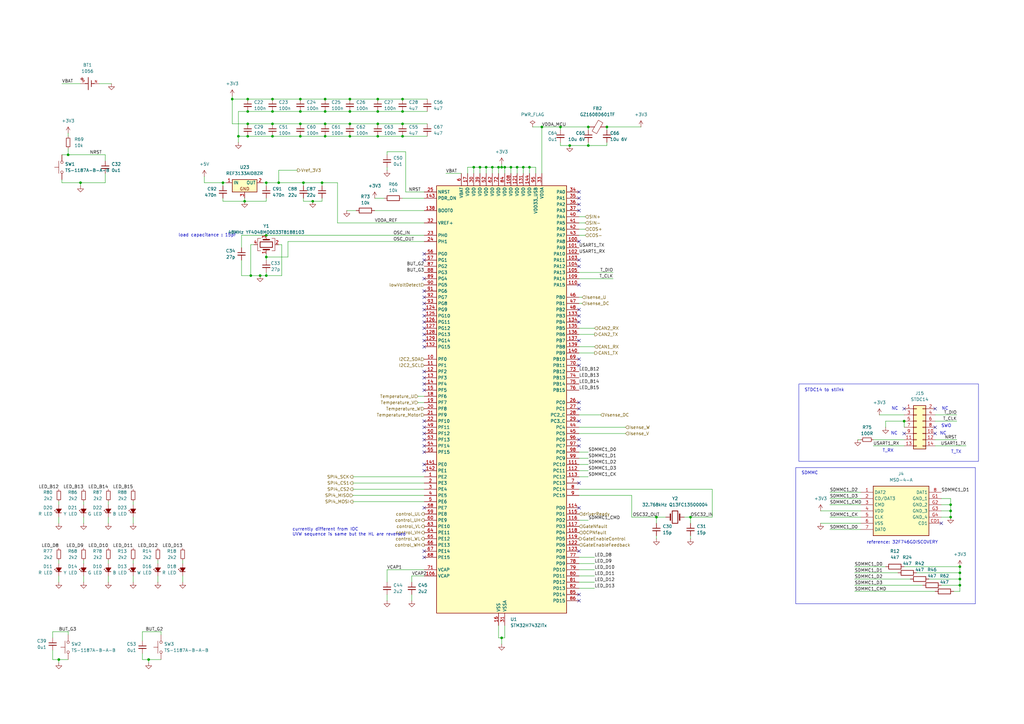
<source format=kicad_sch>
(kicad_sch (version 20231120) (generator "eeschema") (generator_version "8.0")
  (paper "A3")
  (title_block (title "INV_MainBoard_STM32") (date "2025-02-28") (rev "2.1") (company "NTURacing Team") (comment 1 "郭哲明 Jack Kuo") (comment 2 "Powertrain Group"))
  (junction (at 133.35 45.72))
  (junction (at 269.24 212.09))
  (junction (at 109.22 74.93))
  (junction (at 143.51 50.8))
  (junction (at 106.68 113.03))
  (junction (at 124.46 74.93))
  (junction (at 143.51 55.88))
  (junction (at 393.7 237.49))
  (junction (at 199.39 68.58))
  (junction (at 101.6 55.88))
  (junction (at 214.63 68.58))
  (junction (at 132.08 74.93))
  (junction (at 109.22 105.41))
  (junction (at 133.35 55.88))
  (junction (at 154.94 55.88))
  (junction (at 207.01 68.58))
  (junction (at 283.21 212.09))
  (junction (at 201.93 68.58))
  (junction (at 133.35 40.64))
  (junction (at 128.27 82.55))
  (junction (at 165.1 50.8))
  (junction (at 101.6 50.8))
  (junction (at 389.89 207.01))
  (junction (at 229.87 52.07))
  (junction (at 60.96 270.51))
  (junction (at 111.76 45.72))
  (junction (at 204.47 68.58))
  (junction (at 95.25 40.64))
  (junction (at 133.35 50.8))
  (junction (at 205.74 261.62))
  (junction (at 123.19 55.88))
  (junction (at 248.92 52.07))
  (junction (at 111.76 55.88))
  (junction (at 91.44 74.93))
  (junction (at 241.3 52.07))
  (junction (at 97.79 55.88))
  (junction (at 27.94 63.5))
  (junction (at 24.13 270.51))
  (junction (at 101.6 45.72))
  (junction (at 165.1 55.88))
  (junction (at 143.51 40.64))
  (junction (at 154.94 45.72))
  (junction (at 123.19 45.72))
  (junction (at 114.3 74.93))
  (junction (at 109.22 113.03))
  (junction (at 165.1 45.72))
  (junction (at 165.1 40.64))
  (junction (at 209.55 68.58))
  (junction (at 233.68 59.69))
  (junction (at 111.76 50.8))
  (junction (at 212.09 68.58))
  (junction (at 154.94 40.64))
  (junction (at 123.19 40.64))
  (junction (at 241.3 59.69))
  (junction (at 222.25 52.07))
  (junction (at 389.89 209.55))
  (junction (at 143.51 45.72))
  (junction (at 389.89 212.09))
  (junction (at 393.7 232.41))
  (junction (at 217.17 68.58))
  (junction (at 194.31 68.58))
  (junction (at 196.85 68.58))
  (junction (at 109.22 96.52))
  (junction (at 205.74 68.58))
  (junction (at 100.33 82.55))
  (junction (at 111.76 40.64))
  (junction (at 154.94 50.8))
  (junction (at 393.7 234.95))
  (junction (at 102.87 113.03))
  (junction (at 370.84 172.72))
  (junction (at 393.7 240.03))
  (junction (at 123.19 50.8))
  (junction (at 33.02 74.93))
  (junction (at 101.6 40.64))
  (no_connect (at 173.99 104.14))
  (no_connect (at 237.49 139.7))
  (no_connect (at 237.49 167.64))
  (no_connect (at 173.99 177.8))
  (no_connect (at 173.99 175.26))
  (no_connect (at 173.99 208.28))
  (no_connect (at 173.99 114.3))
  (no_connect (at 237.49 99.06))
  (no_connect (at 173.99 154.94))
  (no_connect (at 237.49 147.32))
  (no_connect (at 173.99 124.46))
  (no_connect (at 237.49 149.86))
  (no_connect (at 237.49 226.06))
  (no_connect (at 383.54 175.26))
  (no_connect (at 173.99 142.24))
  (no_connect (at 237.49 109.22))
  (no_connect (at 237.49 83.82))
  (no_connect (at 237.49 116.84))
  (no_connect (at 237.49 127))
  (no_connect (at 237.49 182.88))
  (no_connect (at 173.99 185.42))
  (no_connect (at 173.99 127))
  (no_connect (at 370.84 167.64))
  (no_connect (at 386.08 214.63))
  (no_connect (at 237.49 180.34))
  (no_connect (at 383.54 177.8))
  (no_connect (at 173.99 180.34))
  (no_connect (at 173.99 129.54))
  (no_connect (at 237.49 81.28))
  (no_connect (at 237.49 86.36))
  (no_connect (at 370.84 177.8))
  (no_connect (at 173.99 152.4))
  (no_connect (at 237.49 132.08))
  (no_connect (at 237.49 106.68))
  (no_connect (at 173.99 139.7))
  (no_connect (at 173.99 137.16))
  (no_connect (at 237.49 243.84))
  (no_connect (at 237.49 129.54))
  (no_connect (at 237.49 246.38))
  (no_connect (at 173.99 172.72))
  (no_connect (at 173.99 228.6))
  (no_connect (at 237.49 165.1))
  (no_connect (at 173.99 190.5))
  (no_connect (at 173.99 157.48))
  (no_connect (at 173.99 132.08))
  (no_connect (at 173.99 119.38))
  (no_connect (at 173.99 160.02))
  (no_connect (at 173.99 193.04))
  (no_connect (at 237.49 172.72))
  (no_connect (at 237.49 198.12))
  (no_connect (at 173.99 226.06))
  (no_connect (at 173.99 106.68))
  (no_connect (at 173.99 134.62))
  (no_connect (at 237.49 78.74))
  (no_connect (at 237.49 208.28))
  (no_connect (at 173.99 121.92))
  (no_connect (at 173.99 182.88))
  (no_connect (at 383.54 167.64))
  (wire (pts (xy 350.52 237.49) (xy 373.38 237.49)))
  (wire (pts (xy 109.22 106.68) (xy 109.22 105.41)))
  (wire (pts (xy 144.78 203.2) (xy 173.99 203.2)))
  (wire (pts (xy 350.52 232.41) (xy 363.22 232.41)))
  (wire (pts (xy 106.68 113.03) (xy 109.22 113.03)))
  (wire (pts (xy 102.87 113.03) (xy 106.68 113.03)))
  (wire (pts (xy 158.75 63.5) (xy 158.75 62.23)))
  (wire (pts (xy 138.43 74.93) (xy 138.43 91.44)))
  (wire (pts (xy 25.4 34.29) (xy 33.02 34.29)))
  (wire (pts (xy 74.93 236.22) (xy 74.93 238.76)))
  (wire (pts (xy 118.11 99.06) (xy 118.11 105.41)))
  (wire (pts (xy 102.87 100.33) (xy 102.87 113.03)))
  (wire (pts (xy 66.04 260.35) (xy 66.04 259.08)))
  (wire (pts (xy 34.29 236.22) (xy 34.29 238.76)))
  (wire (pts (xy 144.78 195.58) (xy 173.99 195.58)))
  (wire (pts (xy 243.84 228.6) (xy 237.49 228.6)))
  (wire (pts (xy 194.31 68.58) (xy 194.31 71.12)))
  (wire (pts (xy 241.3 193.04) (xy 237.49 193.04)))
  (wire (pts (xy 204.47 68.58) (xy 205.74 68.58)))
  (wire (pts (xy 246.38 170.18) (xy 237.49 170.18)))
  (wire (pts (xy 115.57 100.33) (xy 115.57 113.03)))
  (wire (pts (xy 360.68 170.18) (xy 370.84 170.18)))
  (wire (pts (xy 124.46 76.2) (xy 124.46 74.93)))
  (wire (pts (xy 111.76 45.72) (xy 123.19 45.72)))
  (wire (pts (xy 204.47 261.62) (xy 204.47 256.54)))
  (wire (pts (xy 165.1 81.28) (xy 173.99 81.28)))
  (wire (pts (xy 336.55 209.55) (xy 353.06 209.55)))
  (wire (pts (xy 66.04 270.51) (xy 60.96 270.51)))
  (wire (pts (xy 64.77 236.22) (xy 64.77 238.76)))
  (wire (pts (xy 196.85 68.58) (xy 196.85 71.12)))
  (wire (pts (xy 233.68 59.69) (xy 241.3 59.69)))
  (wire (pts (xy 199.39 68.58) (xy 199.39 71.12)))
  (wire (pts (xy 393.7 237.49) (xy 393.7 234.95)))
  (wire (pts (xy 340.36 212.09) (xy 353.06 212.09)))
  (wire (pts (xy 241.3 59.69) (xy 241.3 58.42)))
  (wire (pts (xy 240.03 96.52) (xy 237.49 96.52)))
  (wire (pts (xy 158.75 243.84) (xy 158.75 246.38)))
  (wire (pts (xy 214.63 68.58) (xy 214.63 71.12)))
  (wire (pts (xy 27.94 260.35) (xy 27.94 259.08)))
  (wire (pts (xy 121.92 69.85) (xy 114.3 69.85)))
  (wire (pts (xy 143.51 40.64) (xy 154.94 40.64)))
  (wire (pts (xy 95.25 40.64) (xy 101.6 40.64)))
  (wire (pts (xy 243.84 134.62) (xy 237.49 134.62)))
  (wire (pts (xy 158.75 69.85) (xy 158.75 68.58)))
  (wire (pts (xy 27.94 60.96) (xy 27.94 63.5)))
  (wire (pts (xy 243.84 142.24) (xy 237.49 142.24)))
  (wire (pts (xy 241.3 195.58) (xy 237.49 195.58)))
  (wire (pts (xy 358.14 180.34) (xy 370.84 180.34)))
  (wire (pts (xy 204.47 261.62) (xy 205.74 261.62)))
  (wire (pts (xy 241.3 187.96) (xy 237.49 187.96)))
  (wire (pts (xy 60.96 270.51) (xy 60.96 271.78)))
  (wire (pts (xy 280.67 212.09) (xy 283.21 212.09)))
  (wire (pts (xy 243.84 241.3) (xy 237.49 241.3)))
  (wire (pts (xy 144.78 200.66) (xy 173.99 200.66)))
  (wire (pts (xy 66.04 259.08) (xy 58.42 259.08)))
  (wire (pts (xy 243.84 233.68) (xy 237.49 233.68)))
  (wire (pts (xy 243.84 137.16) (xy 237.49 137.16)))
  (wire (pts (xy 292.1 212.09) (xy 292.1 200.66)))
  (wire (pts (xy 27.94 270.51) (xy 24.13 270.51)))
  (wire (pts (xy 34.29 205.74) (xy 34.29 207.01)))
  (wire (pts (xy 109.22 96.52) (xy 99.06 96.52)))
  (wire (pts (xy 58.42 267.97) (xy 58.42 270.51)))
  (wire (pts (xy 243.84 231.14) (xy 237.49 231.14)))
  (wire (pts (xy 34.29 229.87) (xy 34.29 231.14)))
  (wire (pts (xy 240.03 91.44) (xy 237.49 91.44)))
  (wire (pts (xy 207.01 68.58) (xy 207.01 71.12)))
  (wire (pts (xy 166.37 78.74) (xy 166.37 62.23)))
  (wire (pts (xy 100.33 82.55) (xy 100.33 81.28)))
  (wire (pts (xy 389.89 209.55) (xy 389.89 212.09)))
  (wire (pts (xy 91.44 76.2) (xy 91.44 74.93)))
  (wire (pts (xy 199.39 68.58) (xy 201.93 68.58)))
  (wire (pts (xy 99.06 113.03) (xy 102.87 113.03)))
  (wire (pts (xy 243.84 144.78) (xy 237.49 144.78)))
  (wire (pts (xy 383.54 182.88) (xy 396.24 182.88)))
  (wire (pts (xy 83.82 74.93) (xy 91.44 74.93)))
  (wire (pts (xy 54.61 236.22) (xy 54.61 238.76)))
  (wire (pts (xy 209.55 68.58) (xy 209.55 71.12)))
  (wire (pts (xy 138.43 91.44) (xy 173.99 91.44)))
  (wire (pts (xy 34.29 212.09) (xy 34.29 214.63)))
  (wire (pts (xy 205.74 261.62) (xy 205.74 264.16)))
  (wire (pts (xy 133.35 40.64) (xy 143.51 40.64)))
  (wire (pts (xy 21.59 261.62) (xy 21.59 259.08)))
  (wire (pts (xy 205.74 67.31) (xy 205.74 68.58)))
  (wire (pts (xy 101.6 55.88) (xy 111.76 55.88)))
  (wire (pts (xy 109.22 113.03) (xy 109.22 111.76)))
  (wire (pts (xy 217.17 68.58) (xy 217.17 71.12)))
  (wire (pts (xy 100.33 82.55) (xy 109.22 82.55)))
  (wire (pts (xy 389.89 209.55) (xy 386.08 209.55)))
  (wire (pts (xy 58.42 262.89) (xy 58.42 259.08)))
  (wire (pts (xy 370.84 172.72) (xy 363.22 172.72)))
  (wire (pts (xy 101.6 50.8) (xy 111.76 50.8)))
  (wire (pts (xy 340.36 217.17) (xy 353.06 217.17)))
  (wire (pts (xy 340.36 204.47) (xy 353.06 204.47)))
  (wire (pts (xy 24.13 270.51) (xy 24.13 271.78)))
  (wire (pts (xy 389.89 207.01) (xy 386.08 207.01)))
  (wire (pts (xy 123.19 40.64) (xy 133.35 40.64)))
  (wire (pts (xy 389.89 204.47) (xy 389.89 207.01)))
  (wire (pts (xy 165.1 50.8) (xy 175.26 50.8)))
  (wire (pts (xy 168.91 236.22) (xy 168.91 238.76)))
  (wire (pts (xy 166.37 62.23) (xy 158.75 62.23)))
  (wire (pts (xy 83.82 72.39) (xy 83.82 74.93)))
  (wire (pts (xy 25.4 73.66) (xy 25.4 74.93)))
  (wire (pts (xy 132.08 82.55) (xy 128.27 82.55)))
  (wire (pts (xy 229.87 58.42) (xy 229.87 59.69)))
  (wire (pts (xy 124.46 74.93) (xy 132.08 74.93)))
  (wire (pts (xy 115.57 100.33) (xy 114.3 100.33)))
  (wire (pts (xy 109.22 74.93) (xy 114.3 74.93)))
  (wire (pts (xy 381 237.49) (xy 393.7 237.49)))
  (wire (pts (xy 144.78 205.74) (xy 173.99 205.74)))
  (wire (pts (xy 114.3 69.85) (xy 114.3 74.93)))
  (wire (pts (xy 259.08 212.09) (xy 269.24 212.09)))
  (wire (pts (xy 229.87 59.69) (xy 233.68 59.69)))
  (wire (pts (xy 243.84 236.22) (xy 237.49 236.22)))
  (wire (pts (xy 158.75 233.68) (xy 158.75 238.76)))
  (wire (pts (xy 24.13 205.74) (xy 24.13 207.01)))
  (wire (pts (xy 132.08 82.55) (xy 132.08 81.28)))
  (wire (pts (xy 219.71 68.58) (xy 217.17 68.58)))
  (wire (pts (xy 114.3 74.93) (xy 124.46 74.93)))
  (wire (pts (xy 95.25 39.37) (xy 95.25 40.64)))
  (wire (pts (xy 238.76 121.92) (xy 237.49 121.92)))
  (wire (pts (xy 350.52 240.03) (xy 378.46 240.03)))
  (wire (pts (xy 101.6 40.64) (xy 111.76 40.64)))
  (wire (pts (xy 283.21 212.09) (xy 283.21 214.63)))
  (wire (pts (xy 251.46 114.3) (xy 237.49 114.3)))
  (wire (pts (xy 214.63 68.58) (xy 217.17 68.58)))
  (wire (pts (xy 336.55 214.63) (xy 353.06 214.63)))
  (wire (pts (xy 165.1 55.88) (xy 175.26 55.88)))
  (wire (pts (xy 212.09 68.58) (xy 212.09 71.12)))
  (wire (pts (xy 99.06 101.6) (xy 99.06 96.52)))
  (wire (pts (xy 91.44 81.28) (xy 91.44 82.55)))
  (wire (pts (xy 143.51 55.88) (xy 154.94 55.88)))
  (wire (pts (xy 154.94 50.8) (xy 165.1 50.8)))
  (wire (pts (xy 363.22 172.72) (xy 363.22 175.26)))
  (wire (pts (xy 153.67 86.36) (xy 173.99 86.36)))
  (wire (pts (xy 118.11 99.06) (xy 173.99 99.06)))
  (wire (pts (xy 43.18 74.93) (xy 33.02 74.93)))
  (wire (pts (xy 27.94 63.5) (xy 43.18 63.5)))
  (wire (pts (xy 340.36 201.93) (xy 353.06 201.93)))
  (wire (pts (xy 60.96 270.51) (xy 58.42 270.51)))
  (wire (pts (xy 154.94 55.88) (xy 165.1 55.88)))
  (wire (pts (xy 207.01 261.62) (xy 207.01 256.54)))
  (wire (pts (xy 54.61 205.74) (xy 54.61 207.01)))
  (wire (pts (xy 218.44 52.07) (xy 222.25 52.07)))
  (wire (pts (xy 256.54 175.26) (xy 237.49 175.26)))
  (wire (pts (xy 124.46 82.55) (xy 124.46 81.28)))
  (wire (pts (xy 95.25 40.64) (xy 95.25 50.8)))
  (wire (pts (xy 269.24 212.09) (xy 269.24 214.63)))
  (wire (pts (xy 44.45 212.09) (xy 44.45 214.63)))
  (wire (pts (xy 370.84 232.41) (xy 393.7 232.41)))
  (wire (pts (xy 201.93 68.58) (xy 204.47 68.58)))
  (wire (pts (xy 191.77 68.58) (xy 191.77 71.12)))
  (wire (pts (xy 132.08 74.93) (xy 138.43 74.93)))
  (wire (pts (xy 241.3 190.5) (xy 237.49 190.5)))
  (wire (pts (xy 389.89 204.47) (xy 386.08 204.47)))
  (wire (pts (xy 109.22 76.2) (xy 109.22 74.93)))
  (wire (pts (xy 123.19 45.72) (xy 133.35 45.72)))
  (wire (pts (xy 97.79 55.88) (xy 101.6 55.88)))
  (wire (pts (xy 91.44 82.55) (xy 100.33 82.55)))
  (wire (pts (xy 64.77 229.87) (xy 64.77 231.14)))
  (wire (pts (xy 27.94 54.61) (xy 27.94 55.88)))
  (wire (pts (xy 241.3 53.34) (xy 241.3 52.07)))
  (wire (pts (xy 43.18 71.12) (xy 43.18 74.93)))
  (wire (pts (xy 153.67 81.28) (xy 157.48 81.28)))
  (wire (pts (xy 111.76 55.88) (xy 123.19 55.88)))
  (wire (pts (xy 123.19 50.8) (xy 133.35 50.8)))
  (wire (pts (xy 33.02 74.93) (xy 33.02 76.2)))
  (wire (pts (xy 44.45 236.22) (xy 44.45 238.76)))
  (wire (pts (xy 248.92 58.42) (xy 248.92 59.69)))
  (wire (pts (xy 259.08 212.09) (xy 259.08 203.2)))
  (wire (pts (xy 283.21 212.09) (xy 292.1 212.09)))
  (wire (pts (xy 165.1 40.64) (xy 175.26 40.64)))
  (wire (pts (xy 182.88 71.12) (xy 189.23 71.12)))
  (wire (pts (xy 95.25 50.8) (xy 101.6 50.8)))
  (wire (pts (xy 391.16 242.57) (xy 393.7 242.57)))
  (wire (pts (xy 283.21 219.71) (xy 283.21 220.98)))
  (wire (pts (xy 132.08 74.93) (xy 132.08 76.2)))
  (wire (pts (xy 168.91 243.84) (xy 168.91 246.38)))
  (wire (pts (xy 241.3 185.42) (xy 237.49 185.42)))
  (wire (pts (xy 154.94 40.64) (xy 165.1 40.64)))
  (wire (pts (xy 171.45 162.56) (xy 173.99 162.56)))
  (wire (pts (xy 205.74 68.58) (xy 207.01 68.58)))
  (wire (pts (xy 109.22 104.14) (xy 109.22 105.41)))
  (wire (pts (xy 109.22 96.52) (xy 173.99 96.52)))
  (wire (pts (xy 40.64 34.29) (xy 45.72 34.29)))
  (wire (pts (xy 165.1 45.72) (xy 175.26 45.72)))
  (wire (pts (xy 248.92 52.07) (xy 262.89 52.07)))
  (wire (pts (xy 173.99 78.74) (xy 166.37 78.74)))
  (wire (pts (xy 209.55 68.58) (xy 212.09 68.58)))
  (wire (pts (xy 97.79 45.72) (xy 101.6 45.72)))
  (wire (pts (xy 118.11 105.41) (xy 109.22 105.41)))
  (wire (pts (xy 212.09 68.58) (xy 214.63 68.58)))
  (wire (pts (xy 196.85 68.58) (xy 199.39 68.58)))
  (wire (pts (xy 143.51 45.72) (xy 154.94 45.72)))
  (wire (pts (xy 142.24 86.36) (xy 146.05 86.36)))
  (wire (pts (xy 24.13 270.51) (xy 21.59 270.51)))
  (wire (pts (xy 383.54 180.34) (xy 392.43 180.34)))
  (wire (pts (xy 204.47 68.58) (xy 204.47 71.12)))
  (wire (pts (xy 27.94 259.08) (xy 21.59 259.08)))
  (wire (pts (xy 375.92 234.95) (xy 393.7 234.95)))
  (wire (pts (xy 340.36 207.01) (xy 353.06 207.01)))
  (wire (pts (xy 240.03 93.98) (xy 237.49 93.98)))
  (wire (pts (xy 133.35 50.8) (xy 143.51 50.8)))
  (wire (pts (xy 350.52 234.95) (xy 368.3 234.95)))
  (wire (pts (xy 173.99 233.68) (xy 158.75 233.68)))
  (wire (pts (xy 111.76 40.64) (xy 123.19 40.64)))
  (wire (pts (xy 144.78 198.12) (xy 173.99 198.12)))
  (wire (pts (xy 171.45 165.1) (xy 173.99 165.1)))
  (wire (pts (xy 54.61 229.87) (xy 54.61 231.14)))
  (wire (pts (xy 358.14 182.88) (xy 370.84 182.88)))
  (wire (pts (xy 123.19 55.88) (xy 133.35 55.88)))
  (wire (pts (xy 25.4 63.5) (xy 27.94 63.5)))
  (wire (pts (xy 43.18 66.04) (xy 43.18 63.5)))
  (wire (pts (xy 370.84 172.72) (xy 370.84 175.26)))
  (wire (pts (xy 74.93 229.87) (xy 74.93 231.14)))
  (wire (pts (xy 269.24 219.71) (xy 269.24 220.98)))
  (wire (pts (xy 251.46 111.76) (xy 237.49 111.76)))
  (wire (pts (xy 243.84 238.76) (xy 237.49 238.76)))
  (wire (pts (xy 21.59 266.7) (xy 21.59 270.51)))
  (wire (pts (xy 101.6 45.72) (xy 111.76 45.72)))
  (wire (pts (xy 393.7 240.03) (xy 386.08 240.03)))
  (wire (pts (xy 269.24 212.09) (xy 273.05 212.09)))
  (wire (pts (xy 102.87 100.33) (xy 104.14 100.33)))
  (wire (pts (xy 54.61 212.09) (xy 54.61 214.63)))
  (wire (pts (xy 154.94 45.72) (xy 165.1 45.72)))
  (wire (pts (xy 24.13 236.22) (xy 24.13 238.76)))
  (wire (pts (xy 248.92 52.07) (xy 248.92 53.34)))
  (wire (pts (xy 44.45 229.87) (xy 44.45 231.14)))
  (wire (pts (xy 201.93 68.58) (xy 201.93 71.12)))
  (wire (pts (xy 241.3 213.36) (xy 237.49 213.36)))
  (wire (pts (xy 256.54 177.8) (xy 237.49 177.8)))
  (wire (pts (xy 194.31 68.58) (xy 196.85 68.58)))
  (wire (pts (xy 248.92 59.69) (xy 241.3 59.69)))
  (wire (pts (xy 173.99 236.22) (xy 168.91 236.22)))
  (wire (pts (xy 143.51 50.8) (xy 154.94 50.8)))
  (wire (pts (xy 133.35 45.72) (xy 143.51 45.72)))
  (wire (pts (xy 24.13 229.87) (xy 24.13 231.14)))
  (wire (pts (xy 241.3 52.07) (xy 229.87 52.07)))
  (wire (pts (xy 389.89 212.09) (xy 386.08 212.09)))
  (wire (pts (xy 109.22 82.55) (xy 109.22 81.28)))
  (wire (pts (xy 133.35 55.88) (xy 143.51 55.88)))
  (wire (pts (xy 240.03 88.9) (xy 237.49 88.9)))
  (wire (pts (xy 24.13 212.09) (xy 24.13 214.63)))
  (wire (pts (xy 191.77 68.58) (xy 194.31 68.58)))
  (wire (pts (xy 389.89 207.01) (xy 389.89 209.55)))
  (wire (pts (xy 97.79 55.88) (xy 97.79 45.72)))
  (wire (pts (xy 107.95 74.93) (xy 109.22 74.93)))
  (wire (pts (xy 207.01 68.58) (xy 209.55 68.58)))
  (wire (pts (xy 237.49 200.66) (xy 292.1 200.66)))
  (wire (pts (xy 205.74 261.62) (xy 207.01 261.62)))
  (wire (pts (xy 222.25 52.07) (xy 222.25 71.12)))
  (wire (pts (xy 99.06 106.68) (xy 99.06 113.03)))
  (wire (pts (xy 237.49 203.2) (xy 259.08 203.2)))
  (wire (pts (xy 111.76 50.8) (xy 123.19 50.8)))
  (wire (pts (xy 393.7 240.03) (xy 393.7 237.49)))
  (wire (pts (xy 383.54 170.18) (xy 392.43 170.18)))
  (wire (pts (xy 393.7 240.03) (xy 393.7 242.57)))
  (wire (pts (xy 229.87 52.07) (xy 229.87 53.34)))
  (wire (pts (xy 383.54 172.72) (xy 392.43 172.72)))
  (wire (pts (xy 350.52 242.57) (xy 383.54 242.57)))
  (wire (pts (xy 97.79 58.42) (xy 97.79 55.88)))
  (wire (pts (xy 222.25 52.07) (xy 229.87 52.07)))
  (wire (pts (xy 25.4 74.93) (xy 33.02 74.93)))
  (wire (pts (xy 44.45 205.74) (xy 44.45 207.01)))
  (wire (pts (xy 351.79 180.34) (xy 353.06 180.34)))
  (wire (pts (xy 238.76 124.46) (xy 237.49 124.46)))
  (wire (pts (xy 393.7 232.41) (xy 393.7 234.95)))
  (wire (pts (xy 128.27 82.55) (xy 124.46 82.55)))
  (wire (pts (xy 91.44 74.93) (xy 92.71 74.93)))
  (wire (pts (xy 115.57 113.03) (xy 109.22 113.03)))
  (wire (pts (xy 219.71 71.12) (xy 219.71 68.58)))
  (rectangle (start 326.39 191.77) (end 400.05 247.65))
  (rectangle (start 327.66 157.48) (end 401.32 189.23))
  (text "currently different from IOC\nUVW sequence is same but the HL are reversed" (at 119.888 219.964 0) (effects (font (size 1.27 1.27)) (justify left bottom)))
  (text "reference: 32F746GDISCOVERY\n" (at 370.078 222.504 0) (effects (font (size 1.27 1.27))))
  (text "T_TX" (at 392.176 185.42 0) (effects (font (size 1.27 1.27))))
  (text "NC" (at 366.776 177.8 0) (effects (font (size 1.27 1.27))))
  (text "load capacitance : 15pF " (at 85.598 96.52 0) (effects (font (size 1.27 1.27))))
  (text "NC" (at 386.842 177.8 0) (effects (font (size 1.27 1.27))))
  (text "NC" (at 367.03 167.64 0) (effects (font (size 1.27 1.27))))
  (text "SDMMC" (at 328.676 194.818 0) (effects (font (size 1.27 1.27)) (justify left bottom)))
  (text "NC" (at 387.604 167.64 0) (effects (font (size 1.27 1.27))))
  (text "STDC14 to stlink" (at 329.946 160.782 0) (effects (font (size 1.27 1.27)) (justify left bottom)))
  (text "T_RX" (at 364.236 184.912 0) (effects (font (size 1.27 1.27))))
  (text "SWO" (at 388.112 174.752 0) (effects (font (size 1.27 1.27))))
  (label "VCAP2" (at 168.91 236.22 0))
  (label "BUT_G3" (at 173.99 111.76 180))
  (label "VCAP1" (at 158.75 233.68 0))
  (label "LED_B12" (at 24.13 200.66 180))
  (label "BUT_G2" (at 59.69 259.08 0))
  (label "OSC_IN" (at 161.29 96.52 0))
  (label "LED_B14" (at 237.49 157.48 0))
  (label "SDMMC1_D2" (at 340.36 201.93 0))
  (label "NRST" (at 36.83 63.5 0))
  (label "SDMMC1_D2" (at 241.3 190.5 0))
  (label "VBAT" (at 25.4 34.29 0))
  (label "USART1_RX" (at 358.14 182.88 0))
  (label "SDMMC1_D0" (at 350.52 232.41 0))
  (label "SDMMC1_D3" (at 350.52 240.03 0))
  (label "LED_B14" (at 44.45 200.66 180))
  (label "LED_B13" (at 237.49 154.94 0))
  (label "BUT_G2" (at 173.99 109.22 180))
  (label "LED_D9" (at 34.29 224.79 180))
  (label "VDDA_MCU" (at 222.25 52.07 0))
  (label "T_DIO" (at 392.43 170.18 180))
  (label "OSC32_IN" (at 283.21 212.09 0))
  (label "LED_D8" (at 243.84 228.6 0))
  (label "LED_D10" (at 243.84 233.68 0))
  (label "SDMMC1_D3" (at 241.3 193.04 0))
  (label "SDMMC1_D1" (at 350.52 234.95 0))
  (label "SDMMC1_D0" (at 241.3 185.42 0))
  (label "OSC_OUT" (at 161.29 99.06 0))
  (label "LED_D10" (at 44.45 224.79 180))
  (label "NRST" (at 167.64 78.74 0))
  (label "LED_B12" (at 237.49 152.4 0))
  (label "LED_B13" (at 34.29 200.66 180))
  (label "SDMMC1_CMD" (at 241.3 213.36 0))
  (label "LED_D13" (at 243.84 241.3 0))
  (label "T_DIO" (at 251.46 111.76 180))
  (label "SDMMC1_D0" (at 340.36 217.17 0))
  (label "SDMMC1_D1" (at 241.3 187.96 0))
  (label "LED_D12" (at 243.84 238.76 0))
  (label "LED_D11" (at 243.84 236.22 0))
  (label "VDDA_REF" (at 153.67 91.44 0))
  (label "USART1_TX" (at 237.49 101.6 0))
  (label "VBAT" (at 182.88 71.12 0))
  (label "LED_D13" (at 74.93 224.79 180))
  (label "SDMMC1_CMD" (at 350.52 242.57 0))
  (label "LED_B15" (at 54.61 200.66 180))
  (label "SDMMC1_D3" (at 340.36 204.47 0))
  (label "LED_D12" (at 64.77 224.79 180))
  (label "SDMMC1_CMD" (at 340.36 207.01 0))
  (label "LED_B15" (at 237.49 160.02 0))
  (label "T_CLK" (at 392.43 172.72 180))
  (label "NRST" (at 392.43 180.34 180))
  (label "LED_D11" (at 54.61 224.79 180))
  (label "USART1_RX" (at 237.49 104.14 0))
  (label "LED_D9" (at 243.84 231.14 0))
  (label "OSC32_OUT" (at 270.51 212.09 180))
  (label "SDMMC1_D1" (at 386.08 201.93 0))
  (label "USART1_TX" (at 396.24 182.88 180))
  (label "BUT_G3" (at 24.13 259.08 0))
  (label "SDMMC1_D2" (at 350.52 237.49 0))
  (label "T_CLK" (at 251.46 114.3 180))
  (label "LED_D8" (at 24.13 224.79 180))
  (label "SDMMC1_CK" (at 241.3 195.58 0))
  (label "SDMMC1_CK" (at 340.36 212.09 0))
  (hierarchical_label "SPI4_CS2" (shape output) (at 144.78 200.66 180))
  (hierarchical_label "OCPNfault" (shape input) (at 237.49 218.44 0))
  (hierarchical_label "SIN-" (shape input) (at 240.03 91.44 0))
  (hierarchical_label "COS+" (shape input) (at 240.03 93.98 0))
  (hierarchical_label "Isense_U" (shape input) (at 238.76 121.92 0))
  (hierarchical_label "GateNfault" (shape input) (at 237.49 215.9 0))
  (hierarchical_label "CAN2_TX" (shape output) (at 243.84 137.16 0))
  (hierarchical_label "SPI4_CS1" (shape output) (at 144.78 198.12 180))
  (hierarchical_label "control_UH" (shape output) (at 173.99 213.36 180))
  (hierarchical_label "SPI4_MOSI" (shape output) (at 144.78 205.74 180))
  (hierarchical_label "Isense_DC" (shape input) (at 238.76 124.46 0))
  (hierarchical_label "control_UL" (shape output) (at 173.99 210.82 180))
  (hierarchical_label "Temperature_U" (shape input) (at 171.45 162.56 180))
  (hierarchical_label "I2C2_SDA" (shape input) (at 173.99 147.32 180))
  (hierarchical_label "control_WH" (shape output) (at 173.99 223.52 180))
  (hierarchical_label "Temperature_W" (shape input) (at 173.99 167.64 180))
  (hierarchical_label "CAN2_RX" (shape input) (at 243.84 134.62 0))
  (hierarchical_label "driverReady" (shape input) (at 237.49 210.82 0))
  (hierarchical_label "GateEnableFeedback" (shape input) (at 237.49 223.52 0))
  (hierarchical_label "Vref_3V3" (shape output) (at 121.92 69.85 0))
  (hierarchical_label "Isense_W" (shape input) (at 256.54 175.26 0))
  (hierarchical_label "Isense_V" (shape input) (at 256.54 177.8 0))
  (hierarchical_label "Temperature_V" (shape input) (at 171.45 165.1 180))
  (hierarchical_label "SIN+" (shape input) (at 240.03 88.9 0))
  (hierarchical_label "CAN1_RX" (shape input) (at 243.84 142.24 0))
  (hierarchical_label "Vsense_DC" (shape input) (at 246.38 170.18 0))
  (hierarchical_label "I2C2_SCL" (shape input) (at 173.99 149.86 180))
  (hierarchical_label "Temperature_Motor" (shape input) (at 173.99 170.18 180))
  (hierarchical_label "control_WL" (shape output) (at 173.99 220.98 180))
  (hierarchical_label "control_VH" (shape output) (at 173.99 218.44 180))
  (hierarchical_label "CAN1_TX" (shape output) (at 243.84 144.78 0))
  (hierarchical_label "SPI4_SCK" (shape output) (at 144.78 195.58 180))
  (hierarchical_label "control_VL" (shape output) (at 173.99 215.9 180))
  (hierarchical_label "COS-" (shape input) (at 240.03 96.52 0))
  (hierarchical_label "lowVoltDetect" (shape input) (at 173.99 116.84 180))
  (hierarchical_label "GateEnableControl" (shape output) (at 237.49 220.98 0))
  (hierarchical_label "SPI4_MISO" (shape input) (at 144.78 203.2 180))
  (symbol (lib_id "Device:C_Small") (at 158.75 66.04 0) (unit 1)
    (property "Reference" "C50" (at 161.29 64.7762 0) (effects (justify left)))
    (property "Value" "0u1" (at 161.29 67.3162 0) (effects (justify left)))
    (property "Footprint" "Capacitor_SMD:C_0402_1005Metric" (effects (hide yes)))
    (property "Description" "Unpolarized capacitor, small symbol" (effects (hide yes)))
  )
  (symbol (lib_id "Device:LED_Small_Filled") (at 54.61 209.55 90) (unit 1)
    (property "Reference" "D23" (at 52.07 208.2165 90) (effects (justify left)))
    (property "Value" "B LED" (at 52.07 210.7565 90) (effects (justify left)))
    (property "Footprint" "LED_SMD:LED_0603_1608Metric" (effects (hide yes)))
    (property "Description" "Light emitting diode, small symbol, filled shape" (effects (hide yes)))
  )
  (symbol (lib_id "power:GND") (at 24.13 214.63 0) (mirror y) (unit 1)
    (property "Reference" "#PWR0166" (effects (hide yes)))
    (property "Value" "GND" (effects (hide yes)))
    (property "Description" "Power symbol creates a global label with name \"GND\" , ground" (effects (hide yes)))
  )
  (symbol (lib_id "Device:LED_Small_Filled") (at 54.61 233.68 90) (unit 1)
    (property "Reference" "D13" (at 52.07 232.3465 90) (effects (justify left)))
    (property "Value" "B LED" (at 52.07 234.8865 90) (effects (justify left)))
    (property "Footprint" "LED_SMD:LED_0603_1608Metric" (effects (hide yes)))
    (property "Description" "Light emitting diode, small symbol, filled shape" (effects (hide yes)))
  )
  (symbol (lib_id "Device:R_Small") (at 24.13 203.2 0) (mirror y) (unit 1)
    (property "Reference" "R80" (at 21.59 201.93 0) (effects (justify left)))
    (property "Value" "2k2" (at 21.59 204.47 0) (effects (justify left)))
    (property "Footprint" "Resistor_SMD:R_0402_1005Metric" (effects (hide yes)))
    (property "Description" "Resistor, small symbol" (effects (hide yes)))
  )
  (symbol (lib_id "Device:C_Small") (at 175.26 53.34 0) (unit 1)
    (property "Reference" "C67" (at 177.8 52.0762 0) (effects (justify left)))
    (property "Value" "4u7" (at 177.8 54.6162 0) (effects (justify left)))
    (property "Footprint" "Capacitor_SMD:C_0402_1005Metric" (effects (hide yes)))
    (property "Description" "Unpolarized capacitor, small symbol" (effects (hide yes)))
  )
  (symbol (lib_id "Device:R_Small") (at 44.45 203.2 0) (mirror y) (unit 1)
    (property "Reference" "R87" (at 41.91 201.93 0) (effects (justify left)))
    (property "Value" "2k2" (at 41.91 204.47 0) (effects (justify left)))
    (property "Footprint" "Resistor_SMD:R_0402_1005Metric" (effects (hide yes)))
    (property "Description" "Resistor, small symbol" (effects (hide yes)))
  )
  (symbol (lib_id "Switch:SW_Push") (at 27.94 265.43 90) (unit 1)
    (property "Reference" "SW2" (at 29.21 264.16 90) (effects (justify right)))
    (property "Value" "TS-1187A-B-A-B" (at 29.21 266.7 90) (effects (justify right)))
    (property "Footprint" "Button_Switch_SMD:SW_SPST_TL3342" (effects (hide yes)))
    (property "Description" "Push button switch, generic, two pins" (effects (hide yes)))
  )
  (symbol (lib_id "Device:R") (at 372.11 234.95 90) (unit 1)
    (property "Reference" "R24" (at 372.11 228.6 90))
    (property "Value" "4k7" (at 372.11 231.14 90))
    (property "Footprint" "Resistor_SMD:R_0402_1005Metric" (effects (hide yes)))
    (property "Description" "Resistor" (effects (hide yes)))
  )
  (symbol (lib_id "Device:C_Small") (at 241.3 55.88 0) (mirror y) (unit 1)
    (property "Reference" "C65" (at 240.03 54.61 0) (effects (justify left)))
    (property "Value" "10u 6V" (at 240.03 57.15 0) (effects (justify left)))
    (property "Footprint" "Capacitor_SMD:C_0402_1005Metric" (effects (hide yes)))
    (property "Description" "Unpolarized capacitor, small symbol" (effects (hide yes)))
  )
  (symbol (lib_id "Device:R_Small") (at 355.6 180.34 90) (unit 1)
    (property "Reference" "R75" (at 355.6 175.26 90))
    (property "Value" "100R" (at 355.6 177.8 90))
    (property "Footprint" "Resistor_SMD:R_0402_1005Metric" (effects (hide yes)))
    (property "Description" "Resistor, small symbol" (effects (hide yes)))
  )
  (symbol (lib_id "power:GND") (at 24.13 238.76 0) (mirror y) (unit 1)
    (property "Reference" "#PWR0148" (effects (hide yes)))
    (property "Value" "GND" (effects (hide yes)))
    (property "Description" "Power symbol creates a global label with name \"GND\" , ground" (effects (hide yes)))
  )
  (symbol (lib_id "Device:R") (at 149.86 86.36 90) (unit 1)
    (property "Reference" "R73" (at 149.86 80.645 90))
    (property "Value" "10k" (at 149.86 83.185 90))
    (property "Footprint" "Resistor_SMD:R_0402_1005Metric" (effects (hide yes)))
    (property "Description" "Resistor" (effects (hide yes)))
  )
  (symbol (lib_id "SamacSys_Parts_EP6:MSD-4-A") (at 353.06 201.93 0) (unit 1)
    (property "Reference" "J4" (at 369.57 194.31 0))
    (property "Value" "MSD-4-A" (at 369.57 196.85 0))
    (property "Footprint" "MSD4A" (effects (hide yes)))
    (property "Datasheet" "https://www.sameskydevices.com/product/resource/supplyframepdf/msd-4-a.pdf" (effects (hide yes)))
    (property "Description" "Micro SD Card Connector, 9 Positions, Connector and Ejector, Push In, Auto Eject Out, Surface Mount, 1.8 mm Height Above Board, Gold Flash" (effects (hide yes)))
    (property "Height" "2" (effects (hide yes)))
    (property "Mouser Part Number" "179-MSD-4-A" (effects (hide yes)))
    (property "Mouser Price/Stock" "https://www.mouser.co.uk/ProductDetail/Same-Sky/MSD-4-A?qs=Z%252BL2brAPG1Jll%252BQTi%252Btupg%3D%3D" (effects (hide yes)))
    (property "Manufacturer_Name" "Same Sky" (effects (hide yes)))
    (property "Manufacturer_Part_Number" "MSD-4-A" (effects (hide yes)))
  )
  (symbol (lib_id "power:+3V3") (at 262.89 52.07 0) (mirror y) (unit 1)
    (property "Reference" "#PWR063" (effects (hide yes)))
    (property "Value" "+3V3" (at 262.89 46.99 0))
    (property "Description" "Power symbol creates a global label with name \"+3V3\"" (effects (hide yes)))
  )
  (symbol (lib_id "power:GND") (at 158.75 246.38 0) (unit 1)
    (property "Reference" "#PWR051" (effects (hide yes)))
    (property "Value" "GND" (effects (hide yes)))
    (property "Description" "Power symbol creates a global label with name \"GND\" , ground" (effects (hide yes)))
  )
  (symbol (lib_id "Device:C_Small") (at 101.6 43.18 0) (unit 1)
    (property "Reference" "C22" (at 104.14 41.9162 0) (effects (justify left)))
    (property "Value" "100n" (at 104.14 44.4562 0) (effects (justify left)))
    (property "Footprint" "Capacitor_SMD:C_0402_1005Metric" (effects (hide yes)))
    (property "Description" "Unpolarized capacitor, small symbol" (effects (hide yes)))
  )
  (symbol (lib_id "Device:R_Small") (at 64.77 227.33 0) (mirror y) (unit 1)
    (property "Reference" "R14" (at 62.23 226.06 0) (effects (justify left)))
    (property "Value" "2k2" (at 62.23 228.6 0) (effects (justify left)))
    (property "Footprint" "Resistor_SMD:R_0402_1005Metric" (effects (hide yes)))
    (property "Description" "Resistor, small symbol" (effects (hide yes)))
  )
  (symbol (lib_id "power:GND") (at 74.93 238.76 0) (mirror y) (unit 1)
    (property "Reference" "#PWR0160" (effects (hide yes)))
    (property "Value" "GND" (effects (hide yes)))
    (property "Description" "Power symbol creates a global label with name \"GND\" , ground" (effects (hide yes)))
  )
  (symbol (lib_id "Device:C_Small") (at 165.1 53.34 0) (unit 1)
    (property "Reference" "C55" (at 167.64 52.0762 0) (effects (justify left)))
    (property "Value" "4u7" (at 167.64 54.6162 0) (effects (justify left)))
    (property "Footprint" "Capacitor_SMD:C_0402_1005Metric" (effects (hide yes)))
    (property "Description" "Unpolarized capacitor, small symbol" (effects (hide yes)))
  )
  (symbol (lib_id "Device:C_Small") (at 109.22 78.74 0) (unit 1)
    (property "Reference" "C91" (at 111.76 77.4763 0) (effects (justify left)))
    (property "Value" "470n" (at 111.76 80.0163 0) (effects (justify left)))
    (property "Footprint" "Capacitor_SMD:C_0603_1608Metric" (effects (hide yes)))
    (property "Description" "Unpolarized capacitor, small symbol" (effects (hide yes)))
  )
  (symbol (lib_id "Device:C_Small") (at 101.6 53.34 0) (unit 1)
    (property "Reference" "C29" (at 104.14 52.0762 0) (effects (justify left)))
    (property "Value" "100n" (at 104.14 54.6162 0) (effects (justify left)))
    (property "Footprint" "Capacitor_SMD:C_0402_1005Metric" (effects (hide yes)))
    (property "Description" "Unpolarized capacitor, small symbol" (effects (hide yes)))
  )
  (symbol (lib_id "power:GND") (at 97.79 58.42 0) (unit 1)
    (property "Reference" "#PWR053" (effects (hide yes)))
    (property "Value" "GND" (effects (hide yes)))
    (property "Description" "Power symbol creates a global label with name \"GND\" , ground" (effects (hide yes)))
  )
  (symbol (lib_id "Device:C_Small") (at 43.18 68.58 0) (unit 1)
    (property "Reference" "C32" (at 45.72 67.3163 0) (effects (justify left)))
    (property "Value" "0u1" (at 45.72 69.8563 0) (effects (justify left)))
    (property "Footprint" "Capacitor_SMD:C_0402_1005Metric" (effects (hide yes)))
    (property "Description" "Unpolarized capacitor, small symbol" (effects (hide yes)))
  )
  (symbol (lib_id "power:GND") (at 100.33 82.55 0) (mirror y) (unit 1)
    (property "Reference" "#PWR0153" (effects (hide yes)))
    (property "Value" "GND" (effects (hide yes)))
    (property "Description" "Power symbol creates a global label with name \"GND\" , ground" (effects (hide yes)))
  )
  (symbol (lib_id "power:GND") (at 363.22 175.26 0) (unit 1)
    (property "Reference" "#PWR0127" (effects (hide yes)))
    (property "Value" "GND" (effects (hide yes)))
    (property "Description" "Power symbol creates a global label with name \"GND\" , ground" (effects (hide yes)))
  )
  (symbol (lib_id "power:GND") (at 34.29 238.76 0) (mirror y) (unit 1)
    (property "Reference" "#PWR0167" (effects (hide yes)))
    (property "Value" "GND" (effects (hide yes)))
    (property "Description" "Power symbol creates a global label with name \"GND\" , ground" (effects (hide yes)))
  )
  (symbol (lib_id "power:GND") (at 233.68 59.69 0) (mirror y) (unit 1)
    (property "Reference" "#PWR077" (effects (hide yes)))
    (property "Value" "GND" (effects (hide yes)))
    (property "Description" "Power symbol creates a global label with name \"GND\" , ground" (effects (hide yes)))
  )
  (symbol (lib_id "Device:C_Small") (at 168.91 241.3 0) (unit 1)
    (property "Reference" "C45" (at 171.45 240.0362 0) (effects (justify left)))
    (property "Value" "2u2" (at 171.45 242.5762 0) (effects (justify left)))
    (property "Footprint" "Capacitor_SMD:C_0402_1005Metric" (effects (hide yes)))
    (property "Description" "Unpolarized capacitor, small symbol" (effects (hide yes)))
  )
  (symbol (lib_id "power:+3V3") (at 95.25 39.37 0) (unit 1)
    (property "Reference" "#PWR045" (effects (hide yes)))
    (property "Value" "+3V3" (at 95.25 34.29 0))
    (property "Description" "Power symbol creates a global label with name \"+3V3\"" (effects (hide yes)))
  )
  (symbol (lib_id "Device:LED_Small_Filled") (at 44.45 209.55 90) (unit 1)
    (property "Reference" "D22" (at 41.91 208.2165 90) (effects (justify left)))
    (property "Value" "G LED" (at 41.91 210.7565 90) (effects (justify left)))
    (property "Footprint" "LED_SMD:LED_0603_1608Metric" (effects (hide yes)))
    (property "Description" "Light emitting diode, small symbol, filled shape" (effects (hide yes)))
  )
  (symbol (lib_id "power:GND") (at 34.29 214.63 0) (mirror y) (unit 1)
    (property "Reference" "#PWR0168" (effects (hide yes)))
    (property "Value" "GND" (effects (hide yes)))
    (property "Description" "Power symbol creates a global label with name \"GND\" , ground" (effects (hide yes)))
  )
  (symbol (lib_id "power:GND") (at 168.91 246.38 0) (unit 1)
    (property "Reference" "#PWR052" (effects (hide yes)))
    (property "Value" "GND" (effects (hide yes)))
    (property "Description" "Power symbol creates a global label with name \"GND\" , ground" (effects (hide yes)))
  )
  (symbol (lib_id "power:GND") (at 351.79 180.34 0) (unit 1)
    (property "Reference" "#PWR0145" (effects (hide yes)))
    (property "Value" "GND" (effects (hide yes)))
    (property "Description" "Power symbol creates a global label with name \"GND\" , ground" (effects (hide yes)))
  )
  (symbol (lib_id "nturt_kicad_lib_EP6:1056") (at 36.83 34.29 0) (unit 1)
    (property "Reference" "BT1" (at 35.8775 26.67 0))
    (property "Value" "1056" (at 35.8775 29.21 0))
    (property "Footprint" "nturt_kicad_lib_EP6:BAT_1056" (effects (hide yes)))
    (property "PARTREV" "D" (effects (hide yes)))
    (property "STANDARD" "Manufacturer Recommendations" (effects (hide yes)))
    (property "SNAPEDA_PN" "1056" (effects (hide yes)))
    (property "MAXIMUM_PACKAGE_HEIGHT" "3.99mm" (effects (hide yes)))
    (property "MANUFACTURER" "Keystone" (effects (hide yes)))
  )
  (symbol (lib_id "MCU_ST_STM32H7:STM32H743ZITx") (at 204.47 165.1 0) (unit 1)
    (property "Reference" "U1" (at 209.3235 254 0) (effects (justify left)))
    (property "Value" "STM32H743ZITx" (at 209.3235 256.54 0) (effects (justify left)))
    (property "Footprint" "Package_QFP:LQFP-144_20x20mm_P0.5mm" (effects (hide yes)))
    (property "Datasheet" "https://www.st.com/resource/en/datasheet/stm32h743zi.pdf" (effects (hide yes)))
    (property "Description" "STMicroelectronics Arm Cortex-M7 MCU, 2048KB flash, 1024KB RAM, 480 MHz, 1.62-3.6V, 114 GPIO, LQFP144" (effects (hide yes)))
  )
  (symbol (lib_id "Device:C_Small") (at 99.06 104.14 0) (mirror y) (unit 1)
    (property "Reference" "C34" (at 96.52 102.8763 0) (effects (justify left)))
    (property "Value" "27p" (at 96.52 105.4163 0) (effects (justify left)))
    (property "Footprint" "Capacitor_SMD:C_0402_1005Metric" (effects (hide yes)))
    (property "Description" "Unpolarized capacitor, small symbol" (effects (hide yes)))
  )
  (symbol (lib_id "power:GND") (at 44.45 214.63 0) (mirror y) (unit 1)
    (property "Reference" "#PWR0170" (effects (hide yes)))
    (property "Value" "GND" (effects (hide yes)))
    (property "Description" "Power symbol creates a global label with name \"GND\" , ground" (effects (hide yes)))
  )
  (symbol (lib_id "power:+3V3") (at 360.68 170.18 0) (unit 1)
    (property "Reference" "#PWR089" (effects (hide yes)))
    (property "Value" "+3V3" (at 360.68 165.1 0))
    (property "Description" "Power symbol creates a global label with name \"+3V3\"" (effects (hide yes)))
  )
  (symbol (lib_id "power:GND") (at 44.45 238.76 0) (mirror y) (unit 1)
    (property "Reference" "#PWR086" (effects (hide yes)))
    (property "Value" "GND" (effects (hide yes)))
    (property "Description" "Power symbol creates a global label with name \"GND\" , ground" (effects (hide yes)))
  )
  (symbol (lib_id "power:GND") (at 269.24 220.98 0) (unit 1)
    (property "Reference" "#PWR03" (effects (hide yes)))
    (property "Value" "GND" (effects (hide yes)))
    (property "Description" "Power symbol creates a global label with name \"GND\" , ground" (effects (hide yes)))
  )
  (symbol (lib_id "power:+3V3") (at 27.94 54.61 0) (mirror y) (unit 1)
    (property "Reference" "#PWR0169" (effects (hide yes)))
    (property "Value" "+3V3" (at 27.94 49.53 0))
    (property "Description" "Power symbol creates a global label with name \"+3V3\"" (effects (hide yes)))
  )
  (symbol (lib_id "Device:R") (at 387.35 242.57 90) (unit 1)
    (property "Reference" "R62" (at 387.35 236.22 90))
    (property "Value" "4k7" (at 387.35 238.76 90))
    (property "Footprint" "Resistor_SMD:R_0402_1005Metric" (effects (hide yes)))
    (property "Description" "Resistor" (effects (hide yes)))
  )
  (symbol (lib_id "Device:LED_Small_Filled") (at 74.93 233.68 90) (unit 1)
    (property "Reference" "D18" (at 72.39 232.3465 90) (effects (justify left)))
    (property "Value" "R LED" (at 72.39 234.8865 90) (effects (justify left)))
    (property "Footprint" "LED_SMD:LED_0603_1608Metric" (effects (hide yes)))
    (property "Description" "Light emitting diode, small symbol, filled shape" (effects (hide yes)))
  )
  (symbol (lib_id "Device:C_Small") (at 154.94 43.18 0) (unit 1)
    (property "Reference" "C27" (at 157.48 41.9162 0) (effects (justify left)))
    (property "Value" "100n" (at 157.48 44.4562 0) (effects (justify left)))
    (property "Footprint" "Capacitor_SMD:C_0402_1005Metric" (effects (hide yes)))
    (property "Description" "Unpolarized capacitor, small symbol" (effects (hide yes)))
  )
  (symbol (lib_id "power:+3V3") (at 393.7 232.41 0) (unit 1)
    (property "Reference" "#PWR050" (effects (hide yes)))
    (property "Value" "+3V3" (at 393.7 227.33 0))
    (property "Description" "Power symbol creates a global label with name \"+3V3\"" (effects (hide yes)))
  )
  (symbol (lib_id "power:PWR_FLAG") (at 218.44 52.07 0) (unit 1)
    (property "Reference" "#FLG07" (effects (hide yes)))
    (property "Value" "PWR_FLAG" (at 218.44 46.99 0))
    (property "Description" "Special symbol for telling ERC where power comes from" (effects (hide yes)))
  )
  (symbol (lib_id "Device:R_Small") (at 44.45 227.33 0) (mirror y) (unit 1)
    (property "Reference" "R78" (at 41.91 226.06 0) (effects (justify left)))
    (property "Value" "2k2" (at 41.91 228.6 0) (effects (justify left)))
    (property "Footprint" "Resistor_SMD:R_0402_1005Metric" (effects (hide yes)))
    (property "Description" "Resistor, small symbol" (effects (hide yes)))
  )
  (symbol (lib_id "Device:C_Small") (at 269.24 217.17 0) (unit 1)
    (property "Reference" "C30" (at 271.78 215.9062 0) (effects (justify left)))
    (property "Value" "15p" (at 271.78 218.4462 0) (effects (justify left)))
    (property "Footprint" "Capacitor_SMD:C_0402_1005Metric" (effects (hide yes)))
    (property "Description" "Unpolarized capacitor, small symbol" (effects (hide yes)))
  )
  (symbol (lib_id "power:GND") (at 64.77 238.76 0) (mirror y) (unit 1)
    (property "Reference" "#PWR0159" (effects (hide yes)))
    (property "Value" "GND" (effects (hide yes)))
    (property "Description" "Power symbol creates a global label with name \"GND\" , ground" (effects (hide yes)))
  )
  (symbol (lib_id "Device:LED_Small_Filled") (at 64.77 233.68 90) (unit 1)
    (property "Reference" "D16" (at 62.23 232.3465 90) (effects (justify left)))
    (property "Value" "W LED" (at 62.23 234.8865 90) (effects (justify left)))
    (property "Footprint" "LED_SMD:LED_0603_1608Metric" (effects (hide yes)))
    (property "Description" "Light emitting diode, small symbol, filled shape" (effects (hide yes)))
  )
  (symbol (lib_id "Device:Crystal") (at 276.86 212.09 0) (unit 1)
    (property "Reference" "Y2" (at 276.86 204.47 0))
    (property "Value" "32.768kHz Q13FC13500004" (at 276.86 207.01 0))
    (property "Footprint" "Crystal:Crystal_SMD_3215-2Pin_3.2x1.5mm" (effects (hide yes)))
    (property "Description" "Two pin crystal" (effects (hide yes)))
  )
  (symbol (lib_id "Device:R") (at 377.19 237.49 90) (unit 1)
    (property "Reference" "R42" (at 377.19 231.14 90))
    (property "Value" "4k7" (at 377.19 233.68 90))
    (property "Footprint" "Resistor_SMD:R_0402_1005Metric" (effects (hide yes)))
    (property "Description" "Resistor" (effects (hide yes)))
  )
  (symbol (lib_id "power:GND") (at 106.68 113.03 0) (mirror y) (unit 1)
    (property "Reference" "#PWR078" (effects (hide yes)))
    (property "Value" "GND" (effects (hide yes)))
    (property "Description" "Power symbol creates a global label with name \"GND\" , ground" (effects (hide yes)))
  )
  (symbol (lib_id "power:+5V") (at 83.82 72.39 0) (unit 1)
    (property "Reference" "#PWR0155" (effects (hide yes)))
    (property "Value" "+5V" (at 83.82 67.31 0))
    (property "Description" "Power symbol creates a global label with name \"+5V\"" (effects (hide yes)))
  )
  (symbol (lib_id "Connector_Generic:Conn_02x07_Odd_Even") (at 375.92 175.26 0) (unit 1)
    (property "Reference" "J15" (at 377.19 161.29 0))
    (property "Value" "STDC14" (at 377.19 163.83 0))
    (property "Footprint" "nturt_kicad_lib_EP6:box_header_14P_pitch127" (effects (hide yes)))
    (property "Description" "Generic connector, double row, 02x07, odd/even pin numbering scheme (row 1 odd numbers, row 2 even numbers), script generated (kicad-library-utils/schlib/autogen/connector/)" (effects (hide yes)))
  )
  (symbol (lib_id "Switch:SW_Push") (at 66.04 265.43 90) (unit 1)
    (property "Reference" "SW3" (at 67.31 264.16 90) (effects (justify right)))
    (property "Value" "TS-1187A-B-A-B" (at 67.31 266.7 90) (effects (justify right)))
    (property "Footprint" "Button_Switch_SMD:SW_SPST_TL3342" (effects (hide yes)))
    (property "Description" "Push button switch, generic, two pins" (effects (hide yes)))
  )
  (symbol (lib_id "Device:FerriteBead") (at 245.11 52.07 90) (unit 1)
    (property "Reference" "FB2" (at 245.0592 44.45 90))
    (property "Value" "GZ1608D601TF" (at 245.0592 46.99 90))
    (property "Footprint" "Capacitor_SMD:C_0603_1608Metric" (effects (hide yes)))
    (property "Description" "Ferrite bead" (effects (hide yes)))
  )
  (symbol (lib_id "Device:R") (at 367.03 232.41 90) (unit 1)
    (property "Reference" "R12" (at 367.03 226.06 90))
    (property "Value" "4k7" (at 367.03 228.6 90))
    (property "Footprint" "Resistor_SMD:R_0402_1005Metric" (effects (hide yes)))
    (property "Description" "Resistor" (effects (hide yes)))
  )
  (symbol (lib_id "Device:C_Small") (at 123.19 43.18 0) (unit 1)
    (property "Reference" "C24" (at 125.73 41.9162 0) (effects (justify left)))
    (property "Value" "100n" (at 125.73 44.4562 0) (effects (justify left)))
    (property "Footprint" "Capacitor_SMD:C_0402_1005Metric" (effects (hide yes)))
    (property "Description" "Unpolarized capacitor, small symbol" (effects (hide yes)))
  )
  (symbol (lib_id "Device:C_Small") (at 229.87 55.88 0) (mirror y) (unit 1)
    (property "Reference" "C64" (at 228.6 54.61 0) (effects (justify left)))
    (property "Value" "0u1" (at 228.6 57.15 0) (effects (justify left)))
    (property "Footprint" "Capacitor_SMD:C_0402_1005Metric" (effects (hide yes)))
    (property "Description" "Unpolarized capacitor, small symbol" (effects (hide yes)))
  )
  (symbol (lib_id "power:GND") (at 128.27 82.55 0) (mirror y) (unit 1)
    (property "Reference" "#PWR0151" (effects (hide yes)))
    (property "Value" "GND" (effects (hide yes)))
    (property "Description" "Power symbol creates a global label with name \"GND\" , ground" (effects (hide yes)))
  )
  (symbol (lib_id "power:GND") (at 336.55 214.63 0) (unit 1)
    (property "Reference" "#PWR049" (effects (hide yes)))
    (property "Value" "GND" (effects (hide yes)))
    (property "Description" "Power symbol creates a global label with name \"GND\" , ground" (effects (hide yes)))
  )
  (symbol (lib_id "Device:C_Small") (at 133.35 43.18 0) (unit 1)
    (property "Reference" "C25" (at 135.89 41.9162 0) (effects (justify left)))
    (property "Value" "100n" (at 135.89 44.4562 0) (effects (justify left)))
    (property "Footprint" "Capacitor_SMD:C_0402_1005Metric" (effects (hide yes)))
    (property "Description" "Unpolarized capacitor, small symbol" (effects (hide yes)))
  )
  (symbol (lib_id "Device:C_Small") (at 111.76 43.18 0) (unit 1)
    (property "Reference" "C23" (at 114.3 41.9162 0) (effects (justify left)))
    (property "Value" "100n" (at 114.3 44.4562 0) (effects (justify left)))
    (property "Footprint" "Capacitor_SMD:C_0402_1005Metric" (effects (hide yes)))
    (property "Description" "Unpolarized capacitor, small symbol" (effects (hide yes)))
  )
  (symbol (lib_id "power:GND") (at 205.74 264.16 0) (unit 1)
    (property "Reference" "#PWR0147" (effects (hide yes)))
    (property "Value" "GND" (effects (hide yes)))
    (property "Description" "Power symbol creates a global label with name \"GND\" , ground" (effects (hide yes)))
  )
  (symbol (lib_id "Device:C_Small") (at 21.59 264.16 0) (mirror y) (unit 1)
    (property "Reference" "C39" (at 19.05 262.8963 0) (effects (justify left)))
    (property "Value" "0u1" (at 19.05 265.4363 0) (effects (justify left)))
    (property "Footprint" "Capacitor_SMD:C_0402_1005Metric" (effects (hide yes)))
    (property "Description" "Unpolarized capacitor, small symbol" (effects (hide yes)))
  )
  (symbol (lib_id "Switch:SW_Push") (at 25.4 68.58 90) (unit 1)
    (property "Reference" "SW1" (at 26.67 67.31 90) (effects (justify right)))
    (property "Value" "TS-1187A-B-A-B" (at 26.67 69.85 90) (effects (justify right)))
    (property "Footprint" "Button_Switch_SMD:SW_SPST_TL3342" (effects (hide yes)))
    (property "Description" "Push button switch, generic, two pins" (effects (hide yes)))
  )
  (symbol (lib_id "power:GND") (at 54.61 214.63 0) (mirror y) (unit 1)
    (property "Reference" "#PWR0180" (effects (hide yes)))
    (property "Value" "GND" (effects (hide yes)))
    (property "Description" "Power symbol creates a global label with name \"GND\" , ground" (effects (hide yes)))
  )
  (symbol (lib_id "Device:C_Small") (at 133.35 53.34 0) (unit 1)
    (property "Reference" "C61" (at 135.89 52.0762 0) (effects (justify left)))
    (property "Value" "100n" (at 135.89 54.6162 0) (effects (justify left)))
    (property "Footprint" "Capacitor_SMD:C_0402_1005Metric" (effects (hide yes)))
    (property "Description" "Unpolarized capacitor, small symbol" (effects (hide yes)))
  )
  (symbol (lib_id "power:GND") (at 60.96 271.78 0) (mirror y) (unit 1)
    (property "Reference" "#PWR0157" (effects (hide yes)))
    (property "Value" "GND" (effects (hide yes)))
    (property "Description" "Power symbol creates a global label with name \"GND\" , ground" (effects (hide yes)))
  )
  (symbol (lib_id "Device:LED_Small_Filled") (at 34.29 233.68 90) (unit 1)
    (property "Reference" "D14" (at 31.75 232.3465 90) (effects (justify left)))
    (property "Value" "Y LED" (at 31.75 234.8865 90) (effects (justify left)))
    (property "Footprint" "LED_SMD:LED_0603_1608Metric" (effects (hide yes)))
    (property "Description" "Light emitting diode, small symbol, filled shape" (effects (hide yes)))
  )
  (symbol (lib_id "power:+3V3") (at 153.67 81.28 0) (unit 1)
    (property "Reference" "#PWR054" (effects (hide yes)))
    (property "Value" "+3V3" (at 153.67 76.2 0))
    (property "Description" "Power symbol creates a global label with name \"+3V3\"" (effects (hide yes)))
  )
  (symbol (lib_id "power:GND") (at 142.24 86.36 0) (unit 1)
    (property "Reference" "#PWR055" (effects (hide yes)))
    (property "Value" "GND" (effects (hide yes)))
    (property "Description" "Power symbol creates a global label with name \"GND\" , ground" (effects (hide yes)))
  )
  (symbol (lib_id "Device:C_Small") (at 132.08 78.74 0) (mirror y) (unit 1)
    (property "Reference" "C87" (at 129.54 77.4763 0) (effects (justify left)))
    (property "Value" "22u" (at 129.54 80.0163 0) (effects (justify left)))
    (property "Footprint" "Capacitor_SMD:C_0805_2012Metric" (effects (hide yes)))
    (property "Description" "Unpolarized capacitor, small symbol" (effects (hide yes)))
  )
  (symbol (lib_id "Device:C_Small") (at 58.42 265.43 0) (mirror y) (unit 1)
    (property "Reference" "C53" (at 55.88 264.1663 0) (effects (justify left)))
    (property "Value" "0u1" (at 55.88 266.7063 0) (effects (justify left)))
    (property "Footprint" "Capacitor_SMD:C_0402_1005Metric" (effects (hide yes)))
    (property "Description" "Unpolarized capacitor, small symbol" (effects (hide yes)))
  )
  (symbol (lib_id "power:GND") (at 389.89 212.09 0) (unit 1)
    (property "Reference" "#PWR047" (effects (hide yes)))
    (property "Value" "GND" (effects (hide yes)))
    (property "Description" "Power symbol creates a global label with name \"GND\" , ground" (effects (hide yes)))
  )
  (symbol (lib_id "Device:LED_Small_Filled") (at 44.45 233.68 90) (unit 1)
    (property "Reference" "D10" (at 41.91 232.3465 90) (effects (justify left)))
    (property "Value" "G LED" (at 41.91 234.8865 90) (effects (justify left)))
    (property "Footprint" "LED_SMD:LED_0603_1608Metric" (effects (hide yes)))
    (property "Description" "Light emitting diode, small symbol, filled shape" (effects (hide yes)))
  )
  (symbol (lib_id "power:+3V3") (at 205.74 67.31 0) (unit 1)
    (property "Reference" "#PWR01" (effects (hide yes)))
    (property "Value" "+3V3" (at 205.74 62.23 0))
    (property "Description" "Power symbol creates a global label with name \"+3V3\"" (effects (hide yes)))
  )
  (symbol (lib_id "Device:R_Small") (at 54.61 203.2 0) (mirror y) (unit 1)
    (property "Reference" "R88" (at 52.07 201.93 0) (effects (justify left)))
    (property "Value" "2k2" (at 52.07 204.47 0) (effects (justify left)))
    (property "Footprint" "Resistor_SMD:R_0402_1005Metric" (effects (hide yes)))
    (property "Description" "Resistor, small symbol" (effects (hide yes)))
  )
  (symbol (lib_id "power:+3V3") (at 336.55 209.55 0) (unit 1)
    (property "Reference" "#PWR09" (effects (hide yes)))
    (property "Value" "+3V3" (at 336.55 204.47 0))
    (property "Description" "Power symbol creates a global label with name \"+3V3\"" (effects (hide yes)))
  )
  (symbol (lib_id "Device:C_Small") (at 165.1 43.18 0) (unit 1)
    (property "Reference" "C28" (at 167.64 41.9162 0) (effects (justify left)))
    (property "Value" "4u7" (at 167.64 44.4562 0) (effects (justify left)))
    (property "Footprint" "Capacitor_SMD:C_0402_1005Metric" (effects (hide yes)))
    (property "Description" "Unpolarized capacitor, small symbol" (effects (hide yes)))
  )
  (symbol (lib_id "Device:C_Small") (at 143.51 53.34 0) (unit 1)
    (property "Reference" "C62" (at 146.05 52.0762 0) (effects (justify left)))
    (property "Value" "100n" (at 146.05 54.6162 0) (effects (justify left)))
    (property "Footprint" "Capacitor_SMD:C_0402_1005Metric" (effects (hide yes)))
    (property "Description" "Unpolarized capacitor, small symbol" (effects (hide yes)))
  )
  (symbol (lib_id "Device:C_Small") (at 248.92 55.88 0) (unit 1)
    (property "Reference" "C66" (at 250.19 54.61 0) (effects (justify left)))
    (property "Value" "10u 6V" (at 250.19 57.15 0) (effects (justify left)))
    (property "Footprint" "Capacitor_SMD:C_0402_1005Metric" (effects (hide yes)))
    (property "Description" "Unpolarized capacitor, small symbol" (effects (hide yes)))
  )
  (symbol (lib_id "Device:C_Small") (at 109.22 109.22 0) (mirror y) (unit 1)
    (property "Reference" "C33" (at 114.935 107.95 0) (effects (justify left)))
    (property "Value" "27p" (at 114.935 110.49 0) (effects (justify left)))
    (property "Footprint" "Capacitor_SMD:C_0402_1005Metric" (effects (hide yes)))
    (property "Description" "Unpolarized capacitor, small symbol" (effects (hide yes)))
  )
  (symbol (lib_id "Device:LED_Small_Filled") (at 24.13 209.55 90) (unit 1)
    (property "Reference" "D20" (at 21.59 208.2165 90) (effects (justify left)))
    (property "Value" "R LED" (at 21.59 210.7565 90) (effects (justify left)))
    (property "Footprint" "LED_SMD:LED_0603_1608Metric" (effects (hide yes)))
    (property "Description" "Light emitting diode, small symbol, filled shape" (effects (hide yes)))
  )
  (symbol (lib_id "Device:R_Small") (at 24.13 227.33 0) (mirror y) (unit 1)
    (property "Reference" "R77" (at 21.59 226.06 0) (effects (justify left)))
    (property "Value" "2k2" (at 21.59 228.6 0) (effects (justify left)))
    (property "Footprint" "Resistor_SMD:R_0402_1005Metric" (effects (hide yes)))
    (property "Description" "Resistor, small symbol" (effects (hide yes)))
  )
  (symbol (lib_id "Device:LED_Small_Filled") (at 24.13 233.68 90) (unit 1)
    (property "Reference" "D11" (at 21.59 232.3465 90) (effects (justify left)))
    (property "Value" "R LED" (at 21.59 234.8865 90) (effects (justify left)))
    (property "Footprint" "LED_SMD:LED_0603_1608Metric" (effects (hide yes)))
    (property "Description" "Light emitting diode, small symbol, filled shape" (effects (hide yes)))
  )
  (symbol (lib_id "Device:R") (at 161.29 81.28 90) (unit 1)
    (property "Reference" "R66" (at 161.29 75.565 90))
    (property "Value" "10k" (at 161.29 78.105 90))
    (property "Footprint" "Resistor_SMD:R_0402_1005Metric" (effects (hide yes)))
    (property "Description" "Resistor" (effects (hide yes)))
  )
  (symbol (lib_id "Device:C_Small") (at 111.76 53.34 0) (unit 1)
    (property "Reference" "C51" (at 114.3 52.0762 0) (effects (justify left)))
    (property "Value" "100n" (at 114.3 54.6162 0) (effects (justify left)))
    (property "Footprint" "Capacitor_SMD:C_0402_1005Metric" (effects (hide yes)))
    (property "Description" "Unpolarized capacitor, small symbol" (effects (hide yes)))
  )
  (symbol (lib_id "Device:C_Small") (at 154.94 53.34 0) (unit 1)
    (property "Reference" "C63" (at 157.48 52.0762 0) (effects (justify left)))
    (property "Value" "100n" (at 157.48 54.6162 0) (effects (justify left)))
    (property "Footprint" "Capacitor_SMD:C_0402_1005Metric" (effects (hide yes)))
    (property "Description" "Unpolarized capacitor, small symbol" (effects (hide yes)))
  )
  (symbol (lib_id "Device:C_Small") (at 175.26 43.18 0) (unit 1)
    (property "Reference" "C56" (at 177.8 41.9162 0) (effects (justify left)))
    (property "Value" "4u7" (at 177.8 44.4562 0) (effects (justify left)))
    (property "Footprint" "Capacitor_SMD:C_0402_1005Metric" (effects (hide yes)))
    (property "Description" "Unpolarized capacitor, small symbol" (effects (hide yes)))
  )
  (symbol (lib_id "Device:Crystal_GND24") (at 109.22 100.33 270) (mirror x) (unit 1)
    (property "Reference" "Y1" (at 109.22 92.71 90))
    (property "Value" "48MHz YF4048M00033T8188103" (at 109.22 95.25 90))
    (property "Footprint" "Crystal:Crystal_SMD_3225-4Pin_3.2x2.5mm" (effects (hide yes)))
    (property "Description" "Four pin crystal, GND on pins 2 and 4" (effects (hide yes)))
  )
  (symbol (lib_id "power:GND") (at 283.21 220.98 0) (unit 1)
    (property "Reference" "#PWR046" (effects (hide yes)))
    (property "Value" "GND" (effects (hide yes)))
    (property "Description" "Power symbol creates a global label with name \"GND\" , ground" (effects (hide yes)))
  )
  (symbol (lib_id "Device:C_Small") (at 91.44 78.74 0) (mirror y) (unit 1)
    (property "Reference" "C92" (at 88.9 77.4763 0) (effects (justify left)))
    (property "Value" "470n" (at 88.9 80.0163 0) (effects (justify left)))
    (property "Footprint" "Capacitor_SMD:C_0603_1608Metric" (effects (hide yes)))
    (property "Description" "Unpolarized capacitor, small symbol" (effects (hide yes)))
  )
  (symbol (lib_id "Device:R_Small") (at 54.61 227.33 0) (mirror y) (unit 1)
    (property "Reference" "R13" (at 52.07 226.06 0) (effects (justify left)))
    (property "Value" "2k2" (at 52.07 228.6 0) (effects (justify left)))
    (property "Footprint" "Resistor_SMD:R_0402_1005Metric" (effects (hide yes)))
    (property "Description" "Resistor, small symbol" (effects (hide yes)))
  )
  (symbol (lib_id "Device:R_Small") (at 34.29 203.2 0) (mirror y) (unit 1)
    (property "Reference" "R86" (at 31.75 201.93 0) (effects (justify left)))
    (property "Value" "2k2" (at 31.75 204.47 0) (effects (justify left)))
    (property "Footprint" "Resistor_SMD:R_0402_1005Metric" (effects (hide yes)))
    (property "Description" "Resistor, small symbol" (effects (hide yes)))
  )
  (symbol (lib_id "power:GND") (at 33.02 76.2 0) (mirror y) (unit 1)
    (property "Reference" "#PWR056" (effects (hide yes)))
    (property "Value" "GND" (effects (hide yes)))
    (property "Description" "Power symbol creates a global label with name \"GND\" , ground" (effects (hide yes)))
  )
  (symbol (lib_id "power:GND") (at 45.72 34.29 0) (unit 1)
    (property "Reference" "#PWR079" (effects (hide yes)))
    (property "Value" "GND" (effects (hide yes)))
    (property "Description" "Power symbol creates a global label with name \"GND\" , ground" (effects (hide yes)))
  )
  (symbol (lib_id "Device:C_Small") (at 124.46 78.74 0) (mirror y) (unit 1)
    (property "Reference" "C88" (at 121.92 77.4763 0) (effects (justify left)))
    (property "Value" "22u" (at 121.92 80.0163 0) (effects (justify left)))
    (property "Footprint" "Capacitor_SMD:C_0805_2012Metric" (effects (hide yes)))
    (property "Description" "Unpolarized capacitor, small symbol" (effects (hide yes)))
  )
  (symbol (lib_id "Device:C_Small") (at 158.75 241.3 0) (unit 1)
    (property "Reference" "C44" (at 161.29 240.0362 0) (effects (justify left)))
    (property "Value" "2u2" (at 161.29 242.5762 0) (effects (justify left)))
    (property "Footprint" "Capacitor_SMD:C_0402_1005Metric" (effects (hide yes)))
    (property "Description" "Unpolarized capacitor, small symbol" (effects (hide yes)))
  )
  (symbol (lib_id "power:GND") (at 158.75 69.85 0) (unit 1)
    (property "Reference" "#PWR057" (effects (hide yes)))
    (property "Value" "GND" (effects (hide yes)))
    (property "Description" "Power symbol creates a global label with name \"GND\" , ground" (effects (hide yes)))
  )
  (symbol (lib_id "Device:R_Small") (at 27.94 58.42 0) (mirror y) (unit 1)
    (property "Reference" "R69" (at 30.48 57.15 0) (effects (justify right)))
    (property "Value" "10k" (at 30.48 59.69 0) (effects (justify right)))
    (property "Footprint" "Resistor_SMD:R_0402_1005Metric" (effects (hide yes)))
    (property "Description" "Resistor, small symbol" (effects (hide yes)))
  )
  (symbol (lib_id "Device:R_Small") (at 74.93 227.33 0) (mirror y) (unit 1)
    (property "Reference" "R18" (at 72.39 226.06 0) (effects (justify left)))
    (property "Value" "2k2" (at 72.39 228.6 0) (effects (justify left)))
    (property "Footprint" "Resistor_SMD:R_0402_1005Metric" (effects (hide yes)))
    (property "Description" "Resistor, small symbol" (effects (hide yes)))
  )
  (symbol (lib_id "Device:C_Small") (at 283.21 217.17 0) (unit 1)
    (property "Reference" "C31" (at 285.75 215.9062 0) (effects (justify left)))
    (property "Value" "15p" (at 285.75 218.4462 0) (effects (justify left)))
    (property "Footprint" "Capacitor_SMD:C_0402_1005Metric" (effects (hide yes)))
    (property "Description" "Unpolarized capacitor, small symbol" (effects (hide yes)))
  )
  (symbol (lib_id "Device:C_Small") (at 123.19 53.34 0) (unit 1)
    (property "Reference" "C60" (at 125.73 52.0762 0) (effects (justify left)))
    (property "Value" "100n" (at 125.73 54.6162 0) (effects (justify left)))
    (property "Footprint" "Capacitor_SMD:C_0402_1005Metric" (effects (hide yes)))
    (property "Description" "Unpolarized capacitor, small symbol" (effects (hide yes)))
  )
  (symbol (lib_id "Device:LED_Small_Filled") (at 34.29 209.55 90) (unit 1)
    (property "Reference" "D21" (at 31.75 208.2165 90) (effects (justify left)))
    (property "Value" "Y LED" (at 31.75 210.7565 90) (effects (justify left)))
    (property "Footprint" "LED_SMD:LED_0603_1608Metric" (effects (hide yes)))
    (property "Description" "Light emitting diode, small symbol, filled shape" (effects (hide yes)))
  )
  (symbol (lib_id "Device:R_Small") (at 34.29 227.33 0) (mirror y) (unit 1)
    (property "Reference" "R68" (at 31.75 226.06 0) (effects (justify left)))
    (property "Value" "2k2" (at 31.75 228.6 0) (effects (justify left)))
    (property "Footprint" "Resistor_SMD:R_0402_1005Metric" (effects (hide yes)))
    (property "Description" "Resistor, small symbol" (effects (hide yes)))
  )
  (symbol (lib_id "power:GND") (at 24.13 271.78 0) (mirror y) (unit 1)
    (property "Reference" "#PWR0156" (effects (hide yes)))
    (property "Value" "GND" (effects (hide yes)))
    (property "Description" "Power symbol creates a global label with name \"GND\" , ground" (effects (hide yes)))
  )
  (symbol (lib_id "Device:R") (at 382.27 240.03 90) (unit 1)
    (property "Reference" "R46" (at 382.27 233.68 90))
    (property "Value" "4k7" (at 382.27 236.22 90))
    (property "Footprint" "Resistor_SMD:R_0402_1005Metric" (effects (hide yes)))
    (property "Description" "Resistor" (effects (hide yes)))
  )
  (symbol (lib_id "power:GND") (at 54.61 238.76 0) (mirror y) (unit 1)
    (property "Reference" "#PWR0158" (effects (hide yes)))
    (property "Value" "GND" (effects (hide yes)))
    (property "Description" "Power symbol creates a global label with name \"GND\" , ground" (effects (hide yes)))
  )
  (symbol (lib_id "Device:C_Small") (at 143.51 43.18 0) (unit 1)
    (property "Reference" "C26" (at 146.05 41.9162 0) (effects (justify left)))
    (property "Value" "100n" (at 146.05 44.4562 0) (effects (justify left)))
    (property "Footprint" "Capacitor_SMD:C_0402_1005Metric" (effects (hide yes)))
    (property "Description" "Unpolarized capacitor, small symbol" (effects (hide yes)))
  )
  (symbol (lib_id "PCM_Voltage_Regulator_AKL:Regulator_Generic_IN_OUT_GND") (at 100.33 74.93 0) (unit 1)
    (property "Reference" "U23" (at 100.33 68.58 0))
    (property "Value" "REF3133AIDBZR" (at 100.33 71.12 0))
    (property "Footprint" "Package_TO_SOT_SMD:SOT-23" (effects (hide yes)))
    (property "Description" "Generic 3-terminal voltage regulator, Alternate KiCad Library" (effects (hide yes)))
  )
)
</source>
